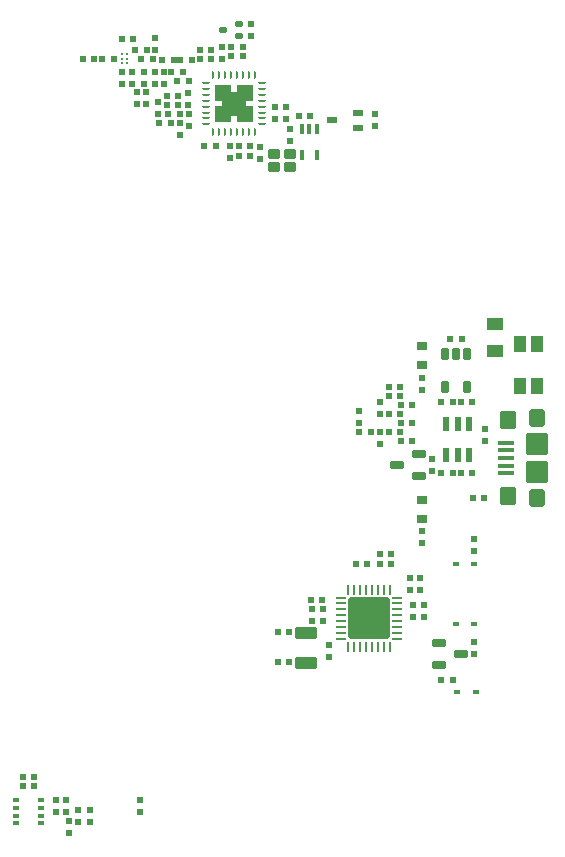
<source format=gbp>
G04*
G04 #@! TF.GenerationSoftware,Altium Limited,Altium Designer,20.2.6 (244)*
G04*
G04 Layer_Color=128*
%FSLAX43Y43*%
%MOMM*%
G71*
G04*
G04 #@! TF.SameCoordinates,C84C0C97-952F-48A7-9790-35694251DD82*
G04*
G04*
G04 #@! TF.FilePolarity,Positive*
G04*
G01*
G75*
G04:AMPARAMS|DCode=26|XSize=0.5mm|YSize=0.5mm|CornerRadius=0.025mm|HoleSize=0mm|Usage=FLASHONLY|Rotation=0.000|XOffset=0mm|YOffset=0mm|HoleType=Round|Shape=RoundedRectangle|*
%AMROUNDEDRECTD26*
21,1,0.500,0.450,0,0,0.0*
21,1,0.450,0.500,0,0,0.0*
1,1,0.050,0.225,-0.225*
1,1,0.050,-0.225,-0.225*
1,1,0.050,-0.225,0.225*
1,1,0.050,0.225,0.225*
%
%ADD26ROUNDEDRECTD26*%
G04:AMPARAMS|DCode=27|XSize=1.05mm|YSize=1.35mm|CornerRadius=0.053mm|HoleSize=0mm|Usage=FLASHONLY|Rotation=90.000|XOffset=0mm|YOffset=0mm|HoleType=Round|Shape=RoundedRectangle|*
%AMROUNDEDRECTD27*
21,1,1.050,1.245,0,0,90.0*
21,1,0.945,1.350,0,0,90.0*
1,1,0.105,0.623,0.472*
1,1,0.105,0.623,-0.472*
1,1,0.105,-0.623,-0.472*
1,1,0.105,-0.623,0.472*
%
%ADD27ROUNDEDRECTD27*%
G04:AMPARAMS|DCode=28|XSize=0.5mm|YSize=0.5mm|CornerRadius=0.025mm|HoleSize=0mm|Usage=FLASHONLY|Rotation=90.000|XOffset=0mm|YOffset=0mm|HoleType=Round|Shape=RoundedRectangle|*
%AMROUNDEDRECTD28*
21,1,0.500,0.450,0,0,90.0*
21,1,0.450,0.500,0,0,90.0*
1,1,0.050,0.225,0.225*
1,1,0.050,0.225,-0.225*
1,1,0.050,-0.225,-0.225*
1,1,0.050,-0.225,0.225*
%
%ADD28ROUNDEDRECTD28*%
G04:AMPARAMS|DCode=29|XSize=0.5mm|YSize=0.55mm|CornerRadius=0.025mm|HoleSize=0mm|Usage=FLASHONLY|Rotation=0.000|XOffset=0mm|YOffset=0mm|HoleType=Round|Shape=RoundedRectangle|*
%AMROUNDEDRECTD29*
21,1,0.500,0.500,0,0,0.0*
21,1,0.450,0.550,0,0,0.0*
1,1,0.050,0.225,-0.250*
1,1,0.050,-0.225,-0.250*
1,1,0.050,-0.225,0.250*
1,1,0.050,0.225,0.250*
%
%ADD29ROUNDEDRECTD29*%
%ADD30R,1.050X1.400*%
G04:AMPARAMS|DCode=31|XSize=0.6mm|YSize=1mm|CornerRadius=0.075mm|HoleSize=0mm|Usage=FLASHONLY|Rotation=180.000|XOffset=0mm|YOffset=0mm|HoleType=Round|Shape=RoundedRectangle|*
%AMROUNDEDRECTD31*
21,1,0.600,0.850,0,0,180.0*
21,1,0.450,1.000,0,0,180.0*
1,1,0.150,-0.225,0.425*
1,1,0.150,0.225,0.425*
1,1,0.150,0.225,-0.425*
1,1,0.150,-0.225,-0.425*
%
%ADD31ROUNDEDRECTD31*%
G04:AMPARAMS|DCode=32|XSize=0.6mm|YSize=1.2mm|CornerRadius=0.075mm|HoleSize=0mm|Usage=FLASHONLY|Rotation=90.000|XOffset=0mm|YOffset=0mm|HoleType=Round|Shape=RoundedRectangle|*
%AMROUNDEDRECTD32*
21,1,0.600,1.050,0,0,90.0*
21,1,0.450,1.200,0,0,90.0*
1,1,0.150,0.525,0.225*
1,1,0.150,0.525,-0.225*
1,1,0.150,-0.525,-0.225*
1,1,0.150,-0.525,0.225*
%
%ADD32ROUNDEDRECTD32*%
G04:AMPARAMS|DCode=33|XSize=0.42mm|YSize=0.55mm|CornerRadius=0.021mm|HoleSize=0mm|Usage=FLASHONLY|Rotation=90.000|XOffset=0mm|YOffset=0mm|HoleType=Round|Shape=RoundedRectangle|*
%AMROUNDEDRECTD33*
21,1,0.420,0.508,0,0,90.0*
21,1,0.378,0.550,0,0,90.0*
1,1,0.042,0.254,0.189*
1,1,0.042,0.254,-0.189*
1,1,0.042,-0.254,-0.189*
1,1,0.042,-0.254,0.189*
%
%ADD33ROUNDEDRECTD33*%
G04:AMPARAMS|DCode=34|XSize=1mm|YSize=1.8mm|CornerRadius=0.125mm|HoleSize=0mm|Usage=FLASHONLY|Rotation=90.000|XOffset=0mm|YOffset=0mm|HoleType=Round|Shape=RoundedRectangle|*
%AMROUNDEDRECTD34*
21,1,1.000,1.550,0,0,90.0*
21,1,0.750,1.800,0,0,90.0*
1,1,0.250,0.775,0.375*
1,1,0.250,0.775,-0.375*
1,1,0.250,-0.775,-0.375*
1,1,0.250,-0.775,0.375*
%
%ADD34ROUNDEDRECTD34*%
G04:AMPARAMS|DCode=35|XSize=1.9mm|YSize=1.9mm|CornerRadius=0.238mm|HoleSize=0mm|Usage=FLASHONLY|Rotation=180.000|XOffset=0mm|YOffset=0mm|HoleType=Round|Shape=RoundedRectangle|*
%AMROUNDEDRECTD35*
21,1,1.900,1.425,0,0,180.0*
21,1,1.425,1.900,0,0,180.0*
1,1,0.475,-0.713,0.713*
1,1,0.475,0.713,0.713*
1,1,0.475,0.713,-0.713*
1,1,0.475,-0.713,-0.713*
%
%ADD35ROUNDEDRECTD35*%
G04:AMPARAMS|DCode=36|XSize=0.4mm|YSize=1.35mm|CornerRadius=0.05mm|HoleSize=0mm|Usage=FLASHONLY|Rotation=90.000|XOffset=0mm|YOffset=0mm|HoleType=Round|Shape=RoundedRectangle|*
%AMROUNDEDRECTD36*
21,1,0.400,1.250,0,0,90.0*
21,1,0.300,1.350,0,0,90.0*
1,1,0.100,0.625,0.150*
1,1,0.100,0.625,-0.150*
1,1,0.100,-0.625,-0.150*
1,1,0.100,-0.625,0.150*
%
%ADD36ROUNDEDRECTD36*%
G04:AMPARAMS|DCode=37|XSize=1.3mm|YSize=1.45mm|CornerRadius=0.163mm|HoleSize=0mm|Usage=FLASHONLY|Rotation=180.000|XOffset=0mm|YOffset=0mm|HoleType=Round|Shape=RoundedRectangle|*
%AMROUNDEDRECTD37*
21,1,1.300,1.125,0,0,180.0*
21,1,0.975,1.450,0,0,180.0*
1,1,0.325,-0.488,0.563*
1,1,0.325,0.488,0.563*
1,1,0.325,0.488,-0.563*
1,1,0.325,-0.488,-0.563*
%
%ADD37ROUNDEDRECTD37*%
G04:AMPARAMS|DCode=38|XSize=1.4mm|YSize=1.6mm|CornerRadius=0.175mm|HoleSize=0mm|Usage=FLASHONLY|Rotation=180.000|XOffset=0mm|YOffset=0mm|HoleType=Round|Shape=RoundedRectangle|*
%AMROUNDEDRECTD38*
21,1,1.400,1.250,0,0,180.0*
21,1,1.050,1.600,0,0,180.0*
1,1,0.350,-0.525,0.625*
1,1,0.350,0.525,0.625*
1,1,0.350,0.525,-0.625*
1,1,0.350,-0.525,-0.625*
%
%ADD38ROUNDEDRECTD38*%
%ADD39R,0.550X1.200*%
G04:AMPARAMS|DCode=40|XSize=0.7mm|YSize=0.8mm|CornerRadius=0.035mm|HoleSize=0mm|Usage=FLASHONLY|Rotation=270.000|XOffset=0mm|YOffset=0mm|HoleType=Round|Shape=RoundedRectangle|*
%AMROUNDEDRECTD40*
21,1,0.700,0.730,0,0,270.0*
21,1,0.630,0.800,0,0,270.0*
1,1,0.070,-0.365,-0.315*
1,1,0.070,-0.365,0.315*
1,1,0.070,0.365,0.315*
1,1,0.070,0.365,-0.315*
%
%ADD40ROUNDEDRECTD40*%
G04:AMPARAMS|DCode=41|XSize=0.5mm|YSize=0.55mm|CornerRadius=0.025mm|HoleSize=0mm|Usage=FLASHONLY|Rotation=90.000|XOffset=0mm|YOffset=0mm|HoleType=Round|Shape=RoundedRectangle|*
%AMROUNDEDRECTD41*
21,1,0.500,0.500,0,0,90.0*
21,1,0.450,0.550,0,0,90.0*
1,1,0.050,0.250,0.225*
1,1,0.050,0.250,-0.225*
1,1,0.050,-0.250,-0.225*
1,1,0.050,-0.250,0.225*
%
%ADD41ROUNDEDRECTD41*%
G04:AMPARAMS|DCode=42|XSize=0.95mm|YSize=0.8mm|CornerRadius=0.1mm|HoleSize=0mm|Usage=FLASHONLY|Rotation=180.000|XOffset=0mm|YOffset=0mm|HoleType=Round|Shape=RoundedRectangle|*
%AMROUNDEDRECTD42*
21,1,0.950,0.600,0,0,180.0*
21,1,0.750,0.800,0,0,180.0*
1,1,0.200,-0.375,0.300*
1,1,0.200,0.375,0.300*
1,1,0.200,0.375,-0.300*
1,1,0.200,-0.375,-0.300*
%
%ADD42ROUNDEDRECTD42*%
G04:AMPARAMS|DCode=43|XSize=0.4mm|YSize=0.8mm|CornerRadius=0.05mm|HoleSize=0mm|Usage=FLASHONLY|Rotation=180.000|XOffset=0mm|YOffset=0mm|HoleType=Round|Shape=RoundedRectangle|*
%AMROUNDEDRECTD43*
21,1,0.400,0.700,0,0,180.0*
21,1,0.300,0.800,0,0,180.0*
1,1,0.100,-0.150,0.350*
1,1,0.100,0.150,0.350*
1,1,0.100,0.150,-0.350*
1,1,0.100,-0.150,-0.350*
%
%ADD43ROUNDEDRECTD43*%
G04:AMPARAMS|DCode=44|XSize=0.55mm|YSize=0.8mm|CornerRadius=0.069mm|HoleSize=0mm|Usage=FLASHONLY|Rotation=90.000|XOffset=0mm|YOffset=0mm|HoleType=Round|Shape=RoundedRectangle|*
%AMROUNDEDRECTD44*
21,1,0.550,0.663,0,0,90.0*
21,1,0.413,0.800,0,0,90.0*
1,1,0.138,0.331,0.206*
1,1,0.138,0.331,-0.206*
1,1,0.138,-0.331,-0.206*
1,1,0.138,-0.331,0.206*
%
%ADD44ROUNDEDRECTD44*%
G04:AMPARAMS|DCode=45|XSize=0.7mm|YSize=0.25mm|CornerRadius=0.063mm|HoleSize=0mm|Usage=FLASHONLY|Rotation=180.000|XOffset=0mm|YOffset=0mm|HoleType=Round|Shape=RoundedRectangle|*
%AMROUNDEDRECTD45*
21,1,0.700,0.125,0,0,180.0*
21,1,0.575,0.250,0,0,180.0*
1,1,0.125,-0.288,0.063*
1,1,0.125,0.288,0.063*
1,1,0.125,0.288,-0.063*
1,1,0.125,-0.288,-0.063*
%
%ADD45ROUNDEDRECTD45*%
G04:AMPARAMS|DCode=46|XSize=0.7mm|YSize=0.25mm|CornerRadius=0.063mm|HoleSize=0mm|Usage=FLASHONLY|Rotation=270.000|XOffset=0mm|YOffset=0mm|HoleType=Round|Shape=RoundedRectangle|*
%AMROUNDEDRECTD46*
21,1,0.700,0.125,0,0,270.0*
21,1,0.575,0.250,0,0,270.0*
1,1,0.125,-0.063,-0.288*
1,1,0.125,-0.063,0.288*
1,1,0.125,0.063,0.288*
1,1,0.125,0.063,-0.288*
%
%ADD46ROUNDEDRECTD46*%
G04:AMPARAMS|DCode=47|XSize=2mm|YSize=2mm|CornerRadius=0.05mm|HoleSize=0mm|Usage=FLASHONLY|Rotation=270.000|XOffset=0mm|YOffset=0mm|HoleType=Round|Shape=RoundedRectangle|*
%AMROUNDEDRECTD47*
21,1,2.000,1.900,0,0,270.0*
21,1,1.900,2.000,0,0,270.0*
1,1,0.100,-0.950,-0.950*
1,1,0.100,-0.950,0.950*
1,1,0.100,0.950,0.950*
1,1,0.100,0.950,-0.950*
%
%ADD47ROUNDEDRECTD47*%
G04:AMPARAMS|DCode=48|XSize=0.2mm|YSize=0.2mm|CornerRadius=0.025mm|HoleSize=0mm|Usage=FLASHONLY|Rotation=90.000|XOffset=0mm|YOffset=0mm|HoleType=Round|Shape=RoundedRectangle|*
%AMROUNDEDRECTD48*
21,1,0.200,0.150,0,0,90.0*
21,1,0.150,0.200,0,0,90.0*
1,1,0.050,0.075,0.075*
1,1,0.050,0.075,-0.075*
1,1,0.050,-0.075,-0.075*
1,1,0.050,-0.075,0.075*
%
%ADD48ROUNDEDRECTD48*%
G04:AMPARAMS|DCode=49|XSize=0.5mm|YSize=0.6mm|CornerRadius=0.063mm|HoleSize=0mm|Usage=FLASHONLY|Rotation=90.000|XOffset=0mm|YOffset=0mm|HoleType=Round|Shape=RoundedRectangle|*
%AMROUNDEDRECTD49*
21,1,0.500,0.475,0,0,90.0*
21,1,0.375,0.600,0,0,90.0*
1,1,0.125,0.238,0.188*
1,1,0.125,0.238,-0.188*
1,1,0.125,-0.238,-0.188*
1,1,0.125,-0.238,0.188*
%
%ADD49ROUNDEDRECTD49*%
%ADD50O,0.900X0.250*%
%ADD51O,0.250X0.900*%
G04:AMPARAMS|DCode=52|XSize=3.5mm|YSize=3.5mm|CornerRadius=0.175mm|HoleSize=0mm|Usage=FLASHONLY|Rotation=0.000|XOffset=0mm|YOffset=0mm|HoleType=Round|Shape=RoundedRectangle|*
%AMROUNDEDRECTD52*
21,1,3.500,3.150,0,0,0.0*
21,1,3.150,3.500,0,0,0.0*
1,1,0.350,1.575,-1.575*
1,1,0.350,-1.575,-1.575*
1,1,0.350,-1.575,1.575*
1,1,0.350,1.575,1.575*
%
%ADD52ROUNDEDRECTD52*%
%ADD53R,0.500X0.350*%
G36*
X53548Y71779D02*
Y70439D01*
X54888D01*
Y71779D01*
X53548D01*
D02*
G37*
G36*
Y73579D02*
Y72239D01*
X54888D01*
Y73579D01*
X53548D01*
D02*
G37*
G36*
X55348Y71779D02*
Y70439D01*
X56688D01*
Y71779D01*
X55348D01*
D02*
G37*
G36*
Y73579D02*
Y72239D01*
X56688D01*
Y73579D01*
X55348D01*
D02*
G37*
D26*
X37219Y14986D02*
D03*
X38219D02*
D03*
X43299Y75819D02*
D03*
X42299D02*
D03*
X50411Y72644D02*
D03*
X49411D02*
D03*
X53586Y68453D02*
D03*
X52586D02*
D03*
X59555Y70739D02*
D03*
X58555D02*
D03*
X60587Y70993D02*
D03*
X61587D02*
D03*
X50792Y74676D02*
D03*
X49792D02*
D03*
X53197Y76581D02*
D03*
X52197D02*
D03*
X55872Y76835D02*
D03*
X54872D02*
D03*
X62603Y29972D02*
D03*
X61603D02*
D03*
X67445Y33909D02*
D03*
X68445D02*
D03*
X70223Y46482D02*
D03*
X69223D02*
D03*
X69207Y44196D02*
D03*
X68207D02*
D03*
X37219Y14224D02*
D03*
X38219D02*
D03*
X72652Y40767D02*
D03*
X73652D02*
D03*
X75303Y40767D02*
D03*
X74303D02*
D03*
Y46736D02*
D03*
X75303D02*
D03*
X72652D02*
D03*
X73652D02*
D03*
X73414Y52070D02*
D03*
X74414D02*
D03*
X69223Y43434D02*
D03*
X70223D02*
D03*
Y44958D02*
D03*
X69223D02*
D03*
X69207Y45720D02*
D03*
X68207D02*
D03*
X69207Y48006D02*
D03*
X68207D02*
D03*
X69207Y47244D02*
D03*
X68207D02*
D03*
X49776Y70358D02*
D03*
X48776D02*
D03*
X49411Y71882D02*
D03*
X50411D02*
D03*
X50538Y71120D02*
D03*
X49538D02*
D03*
X59555Y71755D02*
D03*
X58555D02*
D03*
X59809Y24765D02*
D03*
X58809D02*
D03*
X51300Y73914D02*
D03*
X50300D02*
D03*
X59809Y27305D02*
D03*
X58809D02*
D03*
X44950Y75819D02*
D03*
X43950D02*
D03*
X48252D02*
D03*
X47252D02*
D03*
X47744Y76581D02*
D03*
X46744D02*
D03*
X50030Y75692D02*
D03*
X49030D02*
D03*
X51554D02*
D03*
X50554D02*
D03*
X52197Y75819D02*
D03*
X53197D02*
D03*
X55872Y76073D02*
D03*
X54872D02*
D03*
D27*
X77216Y51065D02*
D03*
Y53340D02*
D03*
D28*
X67437Y43188D02*
D03*
Y44188D02*
D03*
Y45728D02*
D03*
Y46728D02*
D03*
X47117Y13073D02*
D03*
Y12073D02*
D03*
X71882Y41910D02*
D03*
Y40910D02*
D03*
X54737Y67445D02*
D03*
Y68445D02*
D03*
X50546Y69350D02*
D03*
Y70350D02*
D03*
X46863Y73017D02*
D03*
Y72017D02*
D03*
X48641Y72128D02*
D03*
Y71128D02*
D03*
X46482Y73668D02*
D03*
Y74668D02*
D03*
X63119Y26146D02*
D03*
Y25146D02*
D03*
X70866Y30869D02*
D03*
Y31869D02*
D03*
X76327Y43442D02*
D03*
Y44442D02*
D03*
X65659Y45966D02*
D03*
Y44966D02*
D03*
X57277Y68318D02*
D03*
Y67318D02*
D03*
X59817Y69842D02*
D03*
Y68842D02*
D03*
X47625Y72017D02*
D03*
Y73017D02*
D03*
X51308Y71112D02*
D03*
Y70112D02*
D03*
X51181Y72890D02*
D03*
Y71890D02*
D03*
X45593Y73668D02*
D03*
Y74668D02*
D03*
X48387Y73676D02*
D03*
Y74676D02*
D03*
X47498Y74668D02*
D03*
Y73668D02*
D03*
X49149Y74676D02*
D03*
Y73676D02*
D03*
X54102Y76827D02*
D03*
Y75827D02*
D03*
X61722Y28202D02*
D03*
Y29202D02*
D03*
X75438Y34171D02*
D03*
Y35171D02*
D03*
X48387Y77589D02*
D03*
Y76589D02*
D03*
X56515Y77732D02*
D03*
Y78732D02*
D03*
X69977Y30869D02*
D03*
Y31869D02*
D03*
X40005Y12073D02*
D03*
Y13073D02*
D03*
X40894Y12073D02*
D03*
Y13073D02*
D03*
X41148Y10295D02*
D03*
Y11295D02*
D03*
X42926Y12184D02*
D03*
Y11184D02*
D03*
X41910Y12184D02*
D03*
Y11184D02*
D03*
D29*
X72652Y23241D02*
D03*
X73652D02*
D03*
X56507Y68453D02*
D03*
X55507D02*
D03*
X70239Y29591D02*
D03*
X71239D02*
D03*
X66675Y44196D02*
D03*
X65675D02*
D03*
X75319Y38608D02*
D03*
X76319D02*
D03*
X55507Y67564D02*
D03*
X56507D02*
D03*
X70239Y28575D02*
D03*
X71239D02*
D03*
X45601Y77470D02*
D03*
X46601D02*
D03*
X65413Y33020D02*
D03*
X66413D02*
D03*
X67445D02*
D03*
X68445D02*
D03*
D30*
X79322Y51689D02*
D03*
Y48089D02*
D03*
X80772Y51689D02*
D03*
Y48089D02*
D03*
D31*
X72964Y48028D02*
D03*
X74864D02*
D03*
Y50778D02*
D03*
X73914Y50778D02*
D03*
X72964Y50778D02*
D03*
D32*
X68950Y41402D02*
D03*
X70750Y40452D02*
D03*
Y42352D02*
D03*
X72506Y24450D02*
D03*
Y26350D02*
D03*
X74306Y25400D02*
D03*
D33*
X74003Y22225D02*
D03*
X75603D02*
D03*
X73876Y27940D02*
D03*
X75476D02*
D03*
X75476Y33020D02*
D03*
X73876D02*
D03*
D34*
X61214Y27178D02*
D03*
Y24678D02*
D03*
D35*
X80800Y43200D02*
D03*
Y40800D02*
D03*
D36*
X78125Y42000D02*
D03*
Y42650D02*
D03*
X78125Y43300D02*
D03*
X78125Y41350D02*
D03*
X78125Y40700D02*
D03*
D37*
X80800Y45400D02*
D03*
Y38600D02*
D03*
D38*
X78350Y45200D02*
D03*
Y38800D02*
D03*
D39*
X73091Y44861D02*
D03*
X74041D02*
D03*
X74991D02*
D03*
Y42261D02*
D03*
X74041D02*
D03*
X73091D02*
D03*
D40*
X71000Y51473D02*
D03*
Y49873D02*
D03*
Y38467D02*
D03*
Y36867D02*
D03*
D41*
X71000Y47760D02*
D03*
Y48760D02*
D03*
Y34806D02*
D03*
Y35806D02*
D03*
X67056Y70120D02*
D03*
Y71120D02*
D03*
X75438Y26408D02*
D03*
Y25408D02*
D03*
X62611Y29202D02*
D03*
Y28202D02*
D03*
D42*
X58467Y67725D02*
D03*
X59817D02*
D03*
X58467Y66675D02*
D03*
X59817D02*
D03*
D43*
X60833Y69841D02*
D03*
X61483Y69841D02*
D03*
X62133Y69841D02*
D03*
Y67691D02*
D03*
X60833D02*
D03*
D44*
X65591Y71262D02*
D03*
Y69962D02*
D03*
X63441Y70612D02*
D03*
D45*
X57518Y73759D02*
D03*
Y73259D02*
D03*
Y72759D02*
D03*
Y72259D02*
D03*
Y71759D02*
D03*
Y71259D02*
D03*
Y70759D02*
D03*
Y70259D02*
D03*
X52718D02*
D03*
Y70759D02*
D03*
Y71259D02*
D03*
Y71759D02*
D03*
Y72259D02*
D03*
Y72759D02*
D03*
Y73259D02*
D03*
Y73759D02*
D03*
D46*
X53368Y74409D02*
D03*
X53868D02*
D03*
X54368D02*
D03*
X54868D02*
D03*
X55368D02*
D03*
X55868D02*
D03*
X56368D02*
D03*
X56868D02*
D03*
Y69609D02*
D03*
X56368D02*
D03*
X55868D02*
D03*
X55368D02*
D03*
X54868D02*
D03*
X54368D02*
D03*
X53868D02*
D03*
X53368D02*
D03*
D47*
X55118Y72009D02*
D03*
D48*
X45647Y76219D02*
D03*
Y75819D02*
D03*
Y75419D02*
D03*
X46047D02*
D03*
Y75819D02*
D03*
Y76219D02*
D03*
D49*
X55514Y78732D02*
D03*
Y77732D02*
D03*
X54214Y78232D02*
D03*
D50*
X64148Y26698D02*
D03*
Y27198D02*
D03*
Y27698D02*
D03*
Y28198D02*
D03*
Y28698D02*
D03*
Y29198D02*
D03*
Y29698D02*
D03*
Y30198D02*
D03*
X68948D02*
D03*
Y29698D02*
D03*
Y29198D02*
D03*
Y28698D02*
D03*
Y28198D02*
D03*
Y27698D02*
D03*
Y27198D02*
D03*
Y26698D02*
D03*
D51*
X64798Y30848D02*
D03*
X65298D02*
D03*
X65798D02*
D03*
X66298D02*
D03*
X66798D02*
D03*
X67298D02*
D03*
X67798D02*
D03*
X68298D02*
D03*
Y26048D02*
D03*
X67798D02*
D03*
X67298D02*
D03*
X66798D02*
D03*
X66298D02*
D03*
X65798D02*
D03*
X65298D02*
D03*
X64798D02*
D03*
D52*
X66548Y28448D02*
D03*
D53*
X36694Y13040D02*
D03*
Y12390D02*
D03*
Y11740D02*
D03*
Y11090D02*
D03*
X38744Y11090D02*
D03*
Y11740D02*
D03*
Y12390D02*
D03*
Y13040D02*
D03*
M02*

</source>
